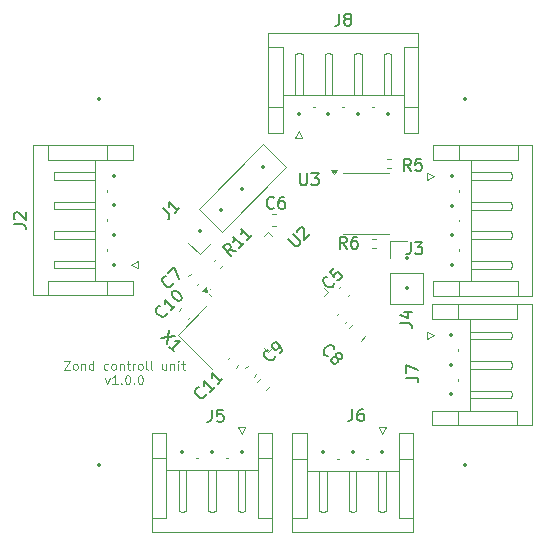
<source format=gto>
%TF.GenerationSoftware,KiCad,Pcbnew,9.0.2-9.0.2-0~ubuntu22.04.1*%
%TF.CreationDate,2025-05-12T22:54:36+03:00*%
%TF.ProjectId,endpoint-driver,656e6470-6f69-46e7-942d-647269766572,rev?*%
%TF.SameCoordinates,Original*%
%TF.FileFunction,Legend,Top*%
%TF.FilePolarity,Positive*%
%FSLAX46Y46*%
G04 Gerber Fmt 4.6, Leading zero omitted, Abs format (unit mm)*
G04 Created by KiCad (PCBNEW 9.0.2-9.0.2-0~ubuntu22.04.1) date 2025-05-12 22:54:36*
%MOMM*%
%LPD*%
G01*
G04 APERTURE LIST*
%ADD10C,0.100000*%
%ADD11C,0.150000*%
%ADD12C,0.120000*%
%ADD13C,0.350000*%
G04 APERTURE END LIST*
D10*
X1530715Y13331964D02*
X2030715Y13331964D01*
X2030715Y13331964D02*
X1530715Y12581964D01*
X1530715Y12581964D02*
X2030715Y12581964D01*
X2423573Y12581964D02*
X2352144Y12617679D01*
X2352144Y12617679D02*
X2316430Y12653393D01*
X2316430Y12653393D02*
X2280716Y12724821D01*
X2280716Y12724821D02*
X2280716Y12939107D01*
X2280716Y12939107D02*
X2316430Y13010536D01*
X2316430Y13010536D02*
X2352144Y13046250D01*
X2352144Y13046250D02*
X2423573Y13081964D01*
X2423573Y13081964D02*
X2530716Y13081964D01*
X2530716Y13081964D02*
X2602144Y13046250D01*
X2602144Y13046250D02*
X2637859Y13010536D01*
X2637859Y13010536D02*
X2673573Y12939107D01*
X2673573Y12939107D02*
X2673573Y12724821D01*
X2673573Y12724821D02*
X2637859Y12653393D01*
X2637859Y12653393D02*
X2602144Y12617679D01*
X2602144Y12617679D02*
X2530716Y12581964D01*
X2530716Y12581964D02*
X2423573Y12581964D01*
X2995001Y13081964D02*
X2995001Y12581964D01*
X2995001Y13010536D02*
X3030715Y13046250D01*
X3030715Y13046250D02*
X3102144Y13081964D01*
X3102144Y13081964D02*
X3209287Y13081964D01*
X3209287Y13081964D02*
X3280715Y13046250D01*
X3280715Y13046250D02*
X3316430Y12974821D01*
X3316430Y12974821D02*
X3316430Y12581964D01*
X3995001Y12581964D02*
X3995001Y13331964D01*
X3995001Y12617679D02*
X3923572Y12581964D01*
X3923572Y12581964D02*
X3780715Y12581964D01*
X3780715Y12581964D02*
X3709286Y12617679D01*
X3709286Y12617679D02*
X3673572Y12653393D01*
X3673572Y12653393D02*
X3637858Y12724821D01*
X3637858Y12724821D02*
X3637858Y12939107D01*
X3637858Y12939107D02*
X3673572Y13010536D01*
X3673572Y13010536D02*
X3709286Y13046250D01*
X3709286Y13046250D02*
X3780715Y13081964D01*
X3780715Y13081964D02*
X3923572Y13081964D01*
X3923572Y13081964D02*
X3995001Y13046250D01*
X5245001Y12617679D02*
X5173572Y12581964D01*
X5173572Y12581964D02*
X5030715Y12581964D01*
X5030715Y12581964D02*
X4959286Y12617679D01*
X4959286Y12617679D02*
X4923572Y12653393D01*
X4923572Y12653393D02*
X4887858Y12724821D01*
X4887858Y12724821D02*
X4887858Y12939107D01*
X4887858Y12939107D02*
X4923572Y13010536D01*
X4923572Y13010536D02*
X4959286Y13046250D01*
X4959286Y13046250D02*
X5030715Y13081964D01*
X5030715Y13081964D02*
X5173572Y13081964D01*
X5173572Y13081964D02*
X5245001Y13046250D01*
X5673572Y12581964D02*
X5602143Y12617679D01*
X5602143Y12617679D02*
X5566429Y12653393D01*
X5566429Y12653393D02*
X5530715Y12724821D01*
X5530715Y12724821D02*
X5530715Y12939107D01*
X5530715Y12939107D02*
X5566429Y13010536D01*
X5566429Y13010536D02*
X5602143Y13046250D01*
X5602143Y13046250D02*
X5673572Y13081964D01*
X5673572Y13081964D02*
X5780715Y13081964D01*
X5780715Y13081964D02*
X5852143Y13046250D01*
X5852143Y13046250D02*
X5887858Y13010536D01*
X5887858Y13010536D02*
X5923572Y12939107D01*
X5923572Y12939107D02*
X5923572Y12724821D01*
X5923572Y12724821D02*
X5887858Y12653393D01*
X5887858Y12653393D02*
X5852143Y12617679D01*
X5852143Y12617679D02*
X5780715Y12581964D01*
X5780715Y12581964D02*
X5673572Y12581964D01*
X6245000Y13081964D02*
X6245000Y12581964D01*
X6245000Y13010536D02*
X6280714Y13046250D01*
X6280714Y13046250D02*
X6352143Y13081964D01*
X6352143Y13081964D02*
X6459286Y13081964D01*
X6459286Y13081964D02*
X6530714Y13046250D01*
X6530714Y13046250D02*
X6566429Y12974821D01*
X6566429Y12974821D02*
X6566429Y12581964D01*
X6816428Y13081964D02*
X7102142Y13081964D01*
X6923571Y13331964D02*
X6923571Y12689107D01*
X6923571Y12689107D02*
X6959285Y12617679D01*
X6959285Y12617679D02*
X7030714Y12581964D01*
X7030714Y12581964D02*
X7102142Y12581964D01*
X7352142Y12581964D02*
X7352142Y13081964D01*
X7352142Y12939107D02*
X7387856Y13010536D01*
X7387856Y13010536D02*
X7423571Y13046250D01*
X7423571Y13046250D02*
X7494999Y13081964D01*
X7494999Y13081964D02*
X7566428Y13081964D01*
X7923571Y12581964D02*
X7852142Y12617679D01*
X7852142Y12617679D02*
X7816428Y12653393D01*
X7816428Y12653393D02*
X7780714Y12724821D01*
X7780714Y12724821D02*
X7780714Y12939107D01*
X7780714Y12939107D02*
X7816428Y13010536D01*
X7816428Y13010536D02*
X7852142Y13046250D01*
X7852142Y13046250D02*
X7923571Y13081964D01*
X7923571Y13081964D02*
X8030714Y13081964D01*
X8030714Y13081964D02*
X8102142Y13046250D01*
X8102142Y13046250D02*
X8137857Y13010536D01*
X8137857Y13010536D02*
X8173571Y12939107D01*
X8173571Y12939107D02*
X8173571Y12724821D01*
X8173571Y12724821D02*
X8137857Y12653393D01*
X8137857Y12653393D02*
X8102142Y12617679D01*
X8102142Y12617679D02*
X8030714Y12581964D01*
X8030714Y12581964D02*
X7923571Y12581964D01*
X8602142Y12581964D02*
X8530713Y12617679D01*
X8530713Y12617679D02*
X8494999Y12689107D01*
X8494999Y12689107D02*
X8494999Y13331964D01*
X8994999Y12581964D02*
X8923570Y12617679D01*
X8923570Y12617679D02*
X8887856Y12689107D01*
X8887856Y12689107D02*
X8887856Y13331964D01*
X10173571Y13081964D02*
X10173571Y12581964D01*
X9852142Y13081964D02*
X9852142Y12689107D01*
X9852142Y12689107D02*
X9887856Y12617679D01*
X9887856Y12617679D02*
X9959285Y12581964D01*
X9959285Y12581964D02*
X10066428Y12581964D01*
X10066428Y12581964D02*
X10137856Y12617679D01*
X10137856Y12617679D02*
X10173571Y12653393D01*
X10530713Y13081964D02*
X10530713Y12581964D01*
X10530713Y13010536D02*
X10566427Y13046250D01*
X10566427Y13046250D02*
X10637856Y13081964D01*
X10637856Y13081964D02*
X10744999Y13081964D01*
X10744999Y13081964D02*
X10816427Y13046250D01*
X10816427Y13046250D02*
X10852142Y12974821D01*
X10852142Y12974821D02*
X10852142Y12581964D01*
X11209284Y12581964D02*
X11209284Y13081964D01*
X11209284Y13331964D02*
X11173570Y13296250D01*
X11173570Y13296250D02*
X11209284Y13260536D01*
X11209284Y13260536D02*
X11244998Y13296250D01*
X11244998Y13296250D02*
X11209284Y13331964D01*
X11209284Y13331964D02*
X11209284Y13260536D01*
X11459284Y13081964D02*
X11744998Y13081964D01*
X11566427Y13331964D02*
X11566427Y12689107D01*
X11566427Y12689107D02*
X11602141Y12617679D01*
X11602141Y12617679D02*
X11673570Y12581964D01*
X11673570Y12581964D02*
X11744998Y12581964D01*
X5012856Y11874506D02*
X5191428Y11374506D01*
X5191428Y11374506D02*
X5369999Y11874506D01*
X6048571Y11374506D02*
X5620000Y11374506D01*
X5834285Y11374506D02*
X5834285Y12124506D01*
X5834285Y12124506D02*
X5762857Y12017363D01*
X5762857Y12017363D02*
X5691428Y11945935D01*
X5691428Y11945935D02*
X5620000Y11910221D01*
X6370000Y11445935D02*
X6405714Y11410221D01*
X6405714Y11410221D02*
X6370000Y11374506D01*
X6370000Y11374506D02*
X6334286Y11410221D01*
X6334286Y11410221D02*
X6370000Y11445935D01*
X6370000Y11445935D02*
X6370000Y11374506D01*
X6870000Y12124506D02*
X6941429Y12124506D01*
X6941429Y12124506D02*
X7012857Y12088792D01*
X7012857Y12088792D02*
X7048572Y12053078D01*
X7048572Y12053078D02*
X7084286Y11981649D01*
X7084286Y11981649D02*
X7120000Y11838792D01*
X7120000Y11838792D02*
X7120000Y11660221D01*
X7120000Y11660221D02*
X7084286Y11517363D01*
X7084286Y11517363D02*
X7048572Y11445935D01*
X7048572Y11445935D02*
X7012857Y11410221D01*
X7012857Y11410221D02*
X6941429Y11374506D01*
X6941429Y11374506D02*
X6870000Y11374506D01*
X6870000Y11374506D02*
X6798572Y11410221D01*
X6798572Y11410221D02*
X6762857Y11445935D01*
X6762857Y11445935D02*
X6727143Y11517363D01*
X6727143Y11517363D02*
X6691429Y11660221D01*
X6691429Y11660221D02*
X6691429Y11838792D01*
X6691429Y11838792D02*
X6727143Y11981649D01*
X6727143Y11981649D02*
X6762857Y12053078D01*
X6762857Y12053078D02*
X6798572Y12088792D01*
X6798572Y12088792D02*
X6870000Y12124506D01*
X7441429Y11445935D02*
X7477143Y11410221D01*
X7477143Y11410221D02*
X7441429Y11374506D01*
X7441429Y11374506D02*
X7405715Y11410221D01*
X7405715Y11410221D02*
X7441429Y11445935D01*
X7441429Y11445935D02*
X7441429Y11374506D01*
X7941429Y12124506D02*
X8012858Y12124506D01*
X8012858Y12124506D02*
X8084286Y12088792D01*
X8084286Y12088792D02*
X8120001Y12053078D01*
X8120001Y12053078D02*
X8155715Y11981649D01*
X8155715Y11981649D02*
X8191429Y11838792D01*
X8191429Y11838792D02*
X8191429Y11660221D01*
X8191429Y11660221D02*
X8155715Y11517363D01*
X8155715Y11517363D02*
X8120001Y11445935D01*
X8120001Y11445935D02*
X8084286Y11410221D01*
X8084286Y11410221D02*
X8012858Y11374506D01*
X8012858Y11374506D02*
X7941429Y11374506D01*
X7941429Y11374506D02*
X7870001Y11410221D01*
X7870001Y11410221D02*
X7834286Y11445935D01*
X7834286Y11445935D02*
X7798572Y11517363D01*
X7798572Y11517363D02*
X7762858Y11660221D01*
X7762858Y11660221D02*
X7762858Y11838792D01*
X7762858Y11838792D02*
X7798572Y11981649D01*
X7798572Y11981649D02*
X7834286Y12053078D01*
X7834286Y12053078D02*
X7870001Y12088792D01*
X7870001Y12088792D02*
X7941429Y12124506D01*
D11*
X24826666Y42732680D02*
X24826666Y42018395D01*
X24826666Y42018395D02*
X24779047Y41875538D01*
X24779047Y41875538D02*
X24683809Y41780300D01*
X24683809Y41780300D02*
X24540952Y41732680D01*
X24540952Y41732680D02*
X24445714Y41732680D01*
X25445714Y42304109D02*
X25350476Y42351728D01*
X25350476Y42351728D02*
X25302857Y42399347D01*
X25302857Y42399347D02*
X25255238Y42494585D01*
X25255238Y42494585D02*
X25255238Y42542204D01*
X25255238Y42542204D02*
X25302857Y42637442D01*
X25302857Y42637442D02*
X25350476Y42685061D01*
X25350476Y42685061D02*
X25445714Y42732680D01*
X25445714Y42732680D02*
X25636190Y42732680D01*
X25636190Y42732680D02*
X25731428Y42685061D01*
X25731428Y42685061D02*
X25779047Y42637442D01*
X25779047Y42637442D02*
X25826666Y42542204D01*
X25826666Y42542204D02*
X25826666Y42494585D01*
X25826666Y42494585D02*
X25779047Y42399347D01*
X25779047Y42399347D02*
X25731428Y42351728D01*
X25731428Y42351728D02*
X25636190Y42304109D01*
X25636190Y42304109D02*
X25445714Y42304109D01*
X25445714Y42304109D02*
X25350476Y42256490D01*
X25350476Y42256490D02*
X25302857Y42208871D01*
X25302857Y42208871D02*
X25255238Y42113633D01*
X25255238Y42113633D02*
X25255238Y41923157D01*
X25255238Y41923157D02*
X25302857Y41827919D01*
X25302857Y41827919D02*
X25350476Y41780300D01*
X25350476Y41780300D02*
X25445714Y41732680D01*
X25445714Y41732680D02*
X25636190Y41732680D01*
X25636190Y41732680D02*
X25731428Y41780300D01*
X25731428Y41780300D02*
X25779047Y41827919D01*
X25779047Y41827919D02*
X25826666Y41923157D01*
X25826666Y41923157D02*
X25826666Y42113633D01*
X25826666Y42113633D02*
X25779047Y42208871D01*
X25779047Y42208871D02*
X25731428Y42256490D01*
X25731428Y42256490D02*
X25636190Y42304109D01*
X14036666Y9195180D02*
X14036666Y8480895D01*
X14036666Y8480895D02*
X13989047Y8338038D01*
X13989047Y8338038D02*
X13893809Y8242800D01*
X13893809Y8242800D02*
X13750952Y8195180D01*
X13750952Y8195180D02*
X13655714Y8195180D01*
X14989047Y9195180D02*
X14512857Y9195180D01*
X14512857Y9195180D02*
X14465238Y8718990D01*
X14465238Y8718990D02*
X14512857Y8766609D01*
X14512857Y8766609D02*
X14608095Y8814228D01*
X14608095Y8814228D02*
X14846190Y8814228D01*
X14846190Y8814228D02*
X14941428Y8766609D01*
X14941428Y8766609D02*
X14989047Y8718990D01*
X14989047Y8718990D02*
X15036666Y8623752D01*
X15036666Y8623752D02*
X15036666Y8385657D01*
X15036666Y8385657D02*
X14989047Y8290419D01*
X14989047Y8290419D02*
X14941428Y8242800D01*
X14941428Y8242800D02*
X14846190Y8195180D01*
X14846190Y8195180D02*
X14608095Y8195180D01*
X14608095Y8195180D02*
X14512857Y8242800D01*
X14512857Y8242800D02*
X14465238Y8290419D01*
X30514819Y11926666D02*
X31229104Y11926666D01*
X31229104Y11926666D02*
X31371961Y11879047D01*
X31371961Y11879047D02*
X31467200Y11783809D01*
X31467200Y11783809D02*
X31514819Y11640952D01*
X31514819Y11640952D02*
X31514819Y11545714D01*
X30514819Y12307619D02*
X30514819Y12974285D01*
X30514819Y12974285D02*
X31514819Y12545714D01*
X-2725180Y24916666D02*
X-2010895Y24916666D01*
X-2010895Y24916666D02*
X-1868038Y24869047D01*
X-1868038Y24869047D02*
X-1772800Y24773809D01*
X-1772800Y24773809D02*
X-1725180Y24630952D01*
X-1725180Y24630952D02*
X-1725180Y24535714D01*
X-2629942Y25345238D02*
X-2677561Y25392857D01*
X-2677561Y25392857D02*
X-2725180Y25488095D01*
X-2725180Y25488095D02*
X-2725180Y25726190D01*
X-2725180Y25726190D02*
X-2677561Y25821428D01*
X-2677561Y25821428D02*
X-2629942Y25869047D01*
X-2629942Y25869047D02*
X-2534704Y25916666D01*
X-2534704Y25916666D02*
X-2439466Y25916666D01*
X-2439466Y25916666D02*
X-2296609Y25869047D01*
X-2296609Y25869047D02*
X-1725180Y25297619D01*
X-1725180Y25297619D02*
X-1725180Y25916666D01*
X13519592Y10531169D02*
X13519592Y10463825D01*
X13519592Y10463825D02*
X13452248Y10329138D01*
X13452248Y10329138D02*
X13384905Y10261795D01*
X13384905Y10261795D02*
X13250218Y10194451D01*
X13250218Y10194451D02*
X13115531Y10194451D01*
X13115531Y10194451D02*
X13014516Y10228123D01*
X13014516Y10228123D02*
X12846157Y10329138D01*
X12846157Y10329138D02*
X12745142Y10430153D01*
X12745142Y10430153D02*
X12644126Y10598512D01*
X12644126Y10598512D02*
X12610455Y10699527D01*
X12610455Y10699527D02*
X12610455Y10834214D01*
X12610455Y10834214D02*
X12677798Y10968901D01*
X12677798Y10968901D02*
X12745142Y11036245D01*
X12745142Y11036245D02*
X12879829Y11103588D01*
X12879829Y11103588D02*
X12947172Y11103588D01*
X14260370Y11137260D02*
X13856309Y10733199D01*
X14058340Y10935230D02*
X13351233Y11642336D01*
X13351233Y11642336D02*
X13384905Y11473978D01*
X13384905Y11473978D02*
X13384905Y11339291D01*
X13384905Y11339291D02*
X13351233Y11238275D01*
X14933806Y11810695D02*
X14529745Y11406634D01*
X14731775Y11608665D02*
X14024668Y12315772D01*
X14024668Y12315772D02*
X14058340Y12147413D01*
X14058340Y12147413D02*
X14058340Y12012726D01*
X14058340Y12012726D02*
X14024668Y11911711D01*
X23839258Y13743588D02*
X23771914Y13743588D01*
X23771914Y13743588D02*
X23637227Y13810932D01*
X23637227Y13810932D02*
X23569884Y13878275D01*
X23569884Y13878275D02*
X23502540Y14012962D01*
X23502540Y14012962D02*
X23502540Y14147649D01*
X23502540Y14147649D02*
X23536212Y14248664D01*
X23536212Y14248664D02*
X23637227Y14417023D01*
X23637227Y14417023D02*
X23738242Y14518038D01*
X23738242Y14518038D02*
X23906601Y14619054D01*
X23906601Y14619054D02*
X24007616Y14652725D01*
X24007616Y14652725D02*
X24142303Y14652725D01*
X24142303Y14652725D02*
X24276990Y14585382D01*
X24276990Y14585382D02*
X24344334Y14518038D01*
X24344334Y14518038D02*
X24411677Y14383351D01*
X24411677Y14383351D02*
X24411677Y14316008D01*
X24580036Y13676245D02*
X24546364Y13777260D01*
X24546364Y13777260D02*
X24546364Y13844603D01*
X24546364Y13844603D02*
X24580036Y13945619D01*
X24580036Y13945619D02*
X24613708Y13979290D01*
X24613708Y13979290D02*
X24714723Y14012962D01*
X24714723Y14012962D02*
X24782067Y14012962D01*
X24782067Y14012962D02*
X24883082Y13979290D01*
X24883082Y13979290D02*
X25017769Y13844603D01*
X25017769Y13844603D02*
X25051441Y13743588D01*
X25051441Y13743588D02*
X25051441Y13676245D01*
X25051441Y13676245D02*
X25017769Y13575229D01*
X25017769Y13575229D02*
X24984097Y13541558D01*
X24984097Y13541558D02*
X24883082Y13507886D01*
X24883082Y13507886D02*
X24815738Y13507886D01*
X24815738Y13507886D02*
X24714723Y13541558D01*
X24714723Y13541558D02*
X24580036Y13676245D01*
X24580036Y13676245D02*
X24479021Y13709916D01*
X24479021Y13709916D02*
X24411677Y13709916D01*
X24411677Y13709916D02*
X24310662Y13676245D01*
X24310662Y13676245D02*
X24175975Y13541558D01*
X24175975Y13541558D02*
X24142303Y13440542D01*
X24142303Y13440542D02*
X24142303Y13373199D01*
X24142303Y13373199D02*
X24175975Y13272184D01*
X24175975Y13272184D02*
X24310662Y13137497D01*
X24310662Y13137497D02*
X24411677Y13103825D01*
X24411677Y13103825D02*
X24479021Y13103825D01*
X24479021Y13103825D02*
X24580036Y13137497D01*
X24580036Y13137497D02*
X24714723Y13272184D01*
X24714723Y13272184D02*
X24748395Y13373199D01*
X24748395Y13373199D02*
X24748395Y13440542D01*
X24748395Y13440542D02*
X24714723Y13541558D01*
X24385147Y19899050D02*
X24385147Y19831706D01*
X24385147Y19831706D02*
X24317803Y19697019D01*
X24317803Y19697019D02*
X24250460Y19629676D01*
X24250460Y19629676D02*
X24115773Y19562332D01*
X24115773Y19562332D02*
X23981086Y19562332D01*
X23981086Y19562332D02*
X23880071Y19596004D01*
X23880071Y19596004D02*
X23711712Y19697019D01*
X23711712Y19697019D02*
X23610697Y19798034D01*
X23610697Y19798034D02*
X23509681Y19966393D01*
X23509681Y19966393D02*
X23476010Y20067408D01*
X23476010Y20067408D02*
X23476010Y20202095D01*
X23476010Y20202095D02*
X23543353Y20336782D01*
X23543353Y20336782D02*
X23610697Y20404126D01*
X23610697Y20404126D02*
X23745384Y20471469D01*
X23745384Y20471469D02*
X23812727Y20471469D01*
X24385147Y21178576D02*
X24048429Y20841859D01*
X24048429Y20841859D02*
X24351475Y20471469D01*
X24351475Y20471469D02*
X24351475Y20538813D01*
X24351475Y20538813D02*
X24385147Y20639828D01*
X24385147Y20639828D02*
X24553506Y20808187D01*
X24553506Y20808187D02*
X24654521Y20841859D01*
X24654521Y20841859D02*
X24721864Y20841859D01*
X24721864Y20841859D02*
X24822880Y20808187D01*
X24822880Y20808187D02*
X24991238Y20639828D01*
X24991238Y20639828D02*
X25024910Y20538813D01*
X25024910Y20538813D02*
X25024910Y20471469D01*
X25024910Y20471469D02*
X24991238Y20370454D01*
X24991238Y20370454D02*
X24822880Y20202095D01*
X24822880Y20202095D02*
X24721864Y20168424D01*
X24721864Y20168424D02*
X24654521Y20168424D01*
X19366310Y13717887D02*
X19366310Y13650543D01*
X19366310Y13650543D02*
X19298966Y13515856D01*
X19298966Y13515856D02*
X19231623Y13448513D01*
X19231623Y13448513D02*
X19096936Y13381169D01*
X19096936Y13381169D02*
X18962249Y13381169D01*
X18962249Y13381169D02*
X18861234Y13414841D01*
X18861234Y13414841D02*
X18692875Y13515856D01*
X18692875Y13515856D02*
X18591860Y13616871D01*
X18591860Y13616871D02*
X18490844Y13785230D01*
X18490844Y13785230D02*
X18457173Y13886245D01*
X18457173Y13886245D02*
X18457173Y14020932D01*
X18457173Y14020932D02*
X18524516Y14155619D01*
X18524516Y14155619D02*
X18591860Y14222963D01*
X18591860Y14222963D02*
X18726547Y14290306D01*
X18726547Y14290306D02*
X18793890Y14290306D01*
X19770371Y13987261D02*
X19905058Y14121948D01*
X19905058Y14121948D02*
X19938730Y14222963D01*
X19938730Y14222963D02*
X19938730Y14290306D01*
X19938730Y14290306D02*
X19905058Y14458665D01*
X19905058Y14458665D02*
X19804043Y14627024D01*
X19804043Y14627024D02*
X19534669Y14896398D01*
X19534669Y14896398D02*
X19433653Y14930070D01*
X19433653Y14930070D02*
X19366310Y14930070D01*
X19366310Y14930070D02*
X19265295Y14896398D01*
X19265295Y14896398D02*
X19130608Y14761711D01*
X19130608Y14761711D02*
X19096936Y14660696D01*
X19096936Y14660696D02*
X19096936Y14593352D01*
X19096936Y14593352D02*
X19130608Y14492337D01*
X19130608Y14492337D02*
X19298966Y14323978D01*
X19298966Y14323978D02*
X19399982Y14290306D01*
X19399982Y14290306D02*
X19467325Y14290306D01*
X19467325Y14290306D02*
X19568340Y14323978D01*
X19568340Y14323978D02*
X19703027Y14458665D01*
X19703027Y14458665D02*
X19736699Y14559680D01*
X19736699Y14559680D02*
X19736699Y14627024D01*
X19736699Y14627024D02*
X19703027Y14728039D01*
X16077036Y22653825D02*
X15504617Y22754840D01*
X15672975Y22249764D02*
X14965869Y22956871D01*
X14965869Y22956871D02*
X15235243Y23226245D01*
X15235243Y23226245D02*
X15336258Y23259917D01*
X15336258Y23259917D02*
X15403601Y23259917D01*
X15403601Y23259917D02*
X15504617Y23226245D01*
X15504617Y23226245D02*
X15605632Y23125230D01*
X15605632Y23125230D02*
X15639304Y23024214D01*
X15639304Y23024214D02*
X15639304Y22956871D01*
X15639304Y22956871D02*
X15605632Y22855856D01*
X15605632Y22855856D02*
X15336258Y22586482D01*
X16750471Y23327260D02*
X16346410Y22923199D01*
X16548441Y23125230D02*
X15841334Y23832336D01*
X15841334Y23832336D02*
X15875006Y23663978D01*
X15875006Y23663978D02*
X15875006Y23529291D01*
X15875006Y23529291D02*
X15841334Y23428275D01*
X17423907Y24000695D02*
X17019846Y23596634D01*
X17221876Y23798665D02*
X16514769Y24505772D01*
X16514769Y24505772D02*
X16548441Y24337413D01*
X16548441Y24337413D02*
X16548441Y24202726D01*
X16548441Y24202726D02*
X16514769Y24101711D01*
X30864166Y23375180D02*
X30864166Y22660895D01*
X30864166Y22660895D02*
X30816547Y22518038D01*
X30816547Y22518038D02*
X30721309Y22422800D01*
X30721309Y22422800D02*
X30578452Y22375180D01*
X30578452Y22375180D02*
X30483214Y22375180D01*
X31245119Y23375180D02*
X31864166Y23375180D01*
X31864166Y23375180D02*
X31530833Y22994228D01*
X31530833Y22994228D02*
X31673690Y22994228D01*
X31673690Y22994228D02*
X31768928Y22946609D01*
X31768928Y22946609D02*
X31816547Y22898990D01*
X31816547Y22898990D02*
X31864166Y22803752D01*
X31864166Y22803752D02*
X31864166Y22565657D01*
X31864166Y22565657D02*
X31816547Y22470419D01*
X31816547Y22470419D02*
X31768928Y22422800D01*
X31768928Y22422800D02*
X31673690Y22375180D01*
X31673690Y22375180D02*
X31387976Y22375180D01*
X31387976Y22375180D02*
X31292738Y22422800D01*
X31292738Y22422800D02*
X31245119Y22470419D01*
X29984819Y16541666D02*
X30699104Y16541666D01*
X30699104Y16541666D02*
X30841961Y16494047D01*
X30841961Y16494047D02*
X30937200Y16398809D01*
X30937200Y16398809D02*
X30984819Y16255952D01*
X30984819Y16255952D02*
X30984819Y16160714D01*
X30318152Y17446428D02*
X30984819Y17446428D01*
X29937200Y17208333D02*
X30651485Y16970238D01*
X30651485Y16970238D02*
X30651485Y17589285D01*
X10432980Y15957920D02*
X10197278Y14779409D01*
X10904384Y15486516D02*
X9725873Y15250814D01*
X10837041Y14139646D02*
X10432980Y14543707D01*
X10635010Y14341676D02*
X11342117Y15048783D01*
X11342117Y15048783D02*
X11173758Y15015111D01*
X11173758Y15015111D02*
X11039071Y15015111D01*
X11039071Y15015111D02*
X10938056Y15048783D01*
X30873333Y29445180D02*
X30540000Y29921371D01*
X30301905Y29445180D02*
X30301905Y30445180D01*
X30301905Y30445180D02*
X30682857Y30445180D01*
X30682857Y30445180D02*
X30778095Y30397561D01*
X30778095Y30397561D02*
X30825714Y30349942D01*
X30825714Y30349942D02*
X30873333Y30254704D01*
X30873333Y30254704D02*
X30873333Y30111847D01*
X30873333Y30111847D02*
X30825714Y30016609D01*
X30825714Y30016609D02*
X30778095Y29968990D01*
X30778095Y29968990D02*
X30682857Y29921371D01*
X30682857Y29921371D02*
X30301905Y29921371D01*
X31778095Y30445180D02*
X31301905Y30445180D01*
X31301905Y30445180D02*
X31254286Y29968990D01*
X31254286Y29968990D02*
X31301905Y30016609D01*
X31301905Y30016609D02*
X31397143Y30064228D01*
X31397143Y30064228D02*
X31635238Y30064228D01*
X31635238Y30064228D02*
X31730476Y30016609D01*
X31730476Y30016609D02*
X31778095Y29968990D01*
X31778095Y29968990D02*
X31825714Y29873752D01*
X31825714Y29873752D02*
X31825714Y29635657D01*
X31825714Y29635657D02*
X31778095Y29540419D01*
X31778095Y29540419D02*
X31730476Y29492800D01*
X31730476Y29492800D02*
X31635238Y29445180D01*
X31635238Y29445180D02*
X31397143Y29445180D01*
X31397143Y29445180D02*
X31301905Y29492800D01*
X31301905Y29492800D02*
X31254286Y29540419D01*
X10199642Y17421219D02*
X10199642Y17353875D01*
X10199642Y17353875D02*
X10132298Y17219188D01*
X10132298Y17219188D02*
X10064955Y17151845D01*
X10064955Y17151845D02*
X9930268Y17084501D01*
X9930268Y17084501D02*
X9795581Y17084501D01*
X9795581Y17084501D02*
X9694566Y17118173D01*
X9694566Y17118173D02*
X9526207Y17219188D01*
X9526207Y17219188D02*
X9425192Y17320203D01*
X9425192Y17320203D02*
X9324176Y17488562D01*
X9324176Y17488562D02*
X9290505Y17589577D01*
X9290505Y17589577D02*
X9290505Y17724264D01*
X9290505Y17724264D02*
X9357848Y17858951D01*
X9357848Y17858951D02*
X9425192Y17926295D01*
X9425192Y17926295D02*
X9559879Y17993638D01*
X9559879Y17993638D02*
X9627222Y17993638D01*
X10940420Y18027310D02*
X10536359Y17623249D01*
X10738390Y17825280D02*
X10031283Y18532386D01*
X10031283Y18532386D02*
X10064955Y18364028D01*
X10064955Y18364028D02*
X10064955Y18229341D01*
X10064955Y18229341D02*
X10031283Y18128325D01*
X10671047Y19172150D02*
X10738390Y19239493D01*
X10738390Y19239493D02*
X10839405Y19273165D01*
X10839405Y19273165D02*
X10906749Y19273165D01*
X10906749Y19273165D02*
X11007764Y19239493D01*
X11007764Y19239493D02*
X11176123Y19138478D01*
X11176123Y19138478D02*
X11344482Y18970119D01*
X11344482Y18970119D02*
X11445497Y18801761D01*
X11445497Y18801761D02*
X11479169Y18700745D01*
X11479169Y18700745D02*
X11479169Y18633402D01*
X11479169Y18633402D02*
X11445497Y18532387D01*
X11445497Y18532387D02*
X11378153Y18465043D01*
X11378153Y18465043D02*
X11277138Y18431371D01*
X11277138Y18431371D02*
X11209795Y18431371D01*
X11209795Y18431371D02*
X11108779Y18465043D01*
X11108779Y18465043D02*
X10940421Y18566058D01*
X10940421Y18566058D02*
X10772062Y18734417D01*
X10772062Y18734417D02*
X10671047Y18902776D01*
X10671047Y18902776D02*
X10637375Y19003791D01*
X10637375Y19003791D02*
X10637375Y19071135D01*
X10637375Y19071135D02*
X10671047Y19172150D01*
X19283914Y26320419D02*
X19236295Y26272800D01*
X19236295Y26272800D02*
X19093438Y26225180D01*
X19093438Y26225180D02*
X18998200Y26225180D01*
X18998200Y26225180D02*
X18855343Y26272800D01*
X18855343Y26272800D02*
X18760105Y26368038D01*
X18760105Y26368038D02*
X18712486Y26463276D01*
X18712486Y26463276D02*
X18664867Y26653752D01*
X18664867Y26653752D02*
X18664867Y26796609D01*
X18664867Y26796609D02*
X18712486Y26987085D01*
X18712486Y26987085D02*
X18760105Y27082323D01*
X18760105Y27082323D02*
X18855343Y27177561D01*
X18855343Y27177561D02*
X18998200Y27225180D01*
X18998200Y27225180D02*
X19093438Y27225180D01*
X19093438Y27225180D02*
X19236295Y27177561D01*
X19236295Y27177561D02*
X19283914Y27129942D01*
X20141057Y27225180D02*
X19950581Y27225180D01*
X19950581Y27225180D02*
X19855343Y27177561D01*
X19855343Y27177561D02*
X19807724Y27129942D01*
X19807724Y27129942D02*
X19712486Y26987085D01*
X19712486Y26987085D02*
X19664867Y26796609D01*
X19664867Y26796609D02*
X19664867Y26415657D01*
X19664867Y26415657D02*
X19712486Y26320419D01*
X19712486Y26320419D02*
X19760105Y26272800D01*
X19760105Y26272800D02*
X19855343Y26225180D01*
X19855343Y26225180D02*
X20045819Y26225180D01*
X20045819Y26225180D02*
X20141057Y26272800D01*
X20141057Y26272800D02*
X20188676Y26320419D01*
X20188676Y26320419D02*
X20236295Y26415657D01*
X20236295Y26415657D02*
X20236295Y26653752D01*
X20236295Y26653752D02*
X20188676Y26748990D01*
X20188676Y26748990D02*
X20141057Y26796609D01*
X20141057Y26796609D02*
X20045819Y26844228D01*
X20045819Y26844228D02*
X19855343Y26844228D01*
X19855343Y26844228D02*
X19760105Y26796609D01*
X19760105Y26796609D02*
X19712486Y26748990D01*
X19712486Y26748990D02*
X19664867Y26653752D01*
X20495750Y23646753D02*
X21068170Y23074333D01*
X21068170Y23074333D02*
X21169185Y23040661D01*
X21169185Y23040661D02*
X21236529Y23040661D01*
X21236529Y23040661D02*
X21337544Y23074333D01*
X21337544Y23074333D02*
X21472231Y23209020D01*
X21472231Y23209020D02*
X21505903Y23310035D01*
X21505903Y23310035D02*
X21505903Y23377379D01*
X21505903Y23377379D02*
X21472231Y23478394D01*
X21472231Y23478394D02*
X20899811Y24050814D01*
X21270201Y24286516D02*
X21270201Y24353859D01*
X21270201Y24353859D02*
X21303872Y24454875D01*
X21303872Y24454875D02*
X21472231Y24623233D01*
X21472231Y24623233D02*
X21573246Y24656905D01*
X21573246Y24656905D02*
X21640590Y24656905D01*
X21640590Y24656905D02*
X21741605Y24623233D01*
X21741605Y24623233D02*
X21808949Y24555890D01*
X21808949Y24555890D02*
X21876292Y24421203D01*
X21876292Y24421203D02*
X21876292Y23613081D01*
X21876292Y23613081D02*
X22314025Y24050814D01*
X10746360Y19937937D02*
X10746360Y19870593D01*
X10746360Y19870593D02*
X10679016Y19735906D01*
X10679016Y19735906D02*
X10611673Y19668563D01*
X10611673Y19668563D02*
X10476986Y19601219D01*
X10476986Y19601219D02*
X10342299Y19601219D01*
X10342299Y19601219D02*
X10241284Y19634891D01*
X10241284Y19634891D02*
X10072925Y19735906D01*
X10072925Y19735906D02*
X9971910Y19836921D01*
X9971910Y19836921D02*
X9870894Y20005280D01*
X9870894Y20005280D02*
X9837223Y20106295D01*
X9837223Y20106295D02*
X9837223Y20240982D01*
X9837223Y20240982D02*
X9904566Y20375669D01*
X9904566Y20375669D02*
X9971910Y20443013D01*
X9971910Y20443013D02*
X10106597Y20510356D01*
X10106597Y20510356D02*
X10173940Y20510356D01*
X10342299Y20813402D02*
X10813703Y21284807D01*
X10813703Y21284807D02*
X11217764Y20274654D01*
X9875638Y26299798D02*
X10380714Y25794722D01*
X10380714Y25794722D02*
X10448058Y25660035D01*
X10448058Y25660035D02*
X10448058Y25525348D01*
X10448058Y25525348D02*
X10380714Y25390661D01*
X10380714Y25390661D02*
X10313371Y25323317D01*
X11289852Y26299798D02*
X10885791Y25895737D01*
X11087821Y26097768D02*
X10380714Y26804875D01*
X10380714Y26804875D02*
X10414386Y26636516D01*
X10414386Y26636516D02*
X10414386Y26501829D01*
X10414386Y26501829D02*
X10380714Y26400814D01*
X25443333Y22850180D02*
X25110000Y23326371D01*
X24871905Y22850180D02*
X24871905Y23850180D01*
X24871905Y23850180D02*
X25252857Y23850180D01*
X25252857Y23850180D02*
X25348095Y23802561D01*
X25348095Y23802561D02*
X25395714Y23754942D01*
X25395714Y23754942D02*
X25443333Y23659704D01*
X25443333Y23659704D02*
X25443333Y23516847D01*
X25443333Y23516847D02*
X25395714Y23421609D01*
X25395714Y23421609D02*
X25348095Y23373990D01*
X25348095Y23373990D02*
X25252857Y23326371D01*
X25252857Y23326371D02*
X24871905Y23326371D01*
X26300476Y23850180D02*
X26110000Y23850180D01*
X26110000Y23850180D02*
X26014762Y23802561D01*
X26014762Y23802561D02*
X25967143Y23754942D01*
X25967143Y23754942D02*
X25871905Y23612085D01*
X25871905Y23612085D02*
X25824286Y23421609D01*
X25824286Y23421609D02*
X25824286Y23040657D01*
X25824286Y23040657D02*
X25871905Y22945419D01*
X25871905Y22945419D02*
X25919524Y22897800D01*
X25919524Y22897800D02*
X26014762Y22850180D01*
X26014762Y22850180D02*
X26205238Y22850180D01*
X26205238Y22850180D02*
X26300476Y22897800D01*
X26300476Y22897800D02*
X26348095Y22945419D01*
X26348095Y22945419D02*
X26395714Y23040657D01*
X26395714Y23040657D02*
X26395714Y23278752D01*
X26395714Y23278752D02*
X26348095Y23373990D01*
X26348095Y23373990D02*
X26300476Y23421609D01*
X26300476Y23421609D02*
X26205238Y23469228D01*
X26205238Y23469228D02*
X26014762Y23469228D01*
X26014762Y23469228D02*
X25919524Y23421609D01*
X25919524Y23421609D02*
X25871905Y23373990D01*
X25871905Y23373990D02*
X25824286Y23278752D01*
X21498095Y29225180D02*
X21498095Y28415657D01*
X21498095Y28415657D02*
X21545714Y28320419D01*
X21545714Y28320419D02*
X21593333Y28272800D01*
X21593333Y28272800D02*
X21688571Y28225180D01*
X21688571Y28225180D02*
X21879047Y28225180D01*
X21879047Y28225180D02*
X21974285Y28272800D01*
X21974285Y28272800D02*
X22021904Y28320419D01*
X22021904Y28320419D02*
X22069523Y28415657D01*
X22069523Y28415657D02*
X22069523Y29225180D01*
X22450476Y29225180D02*
X23069523Y29225180D01*
X23069523Y29225180D02*
X22736190Y28844228D01*
X22736190Y28844228D02*
X22879047Y28844228D01*
X22879047Y28844228D02*
X22974285Y28796609D01*
X22974285Y28796609D02*
X23021904Y28748990D01*
X23021904Y28748990D02*
X23069523Y28653752D01*
X23069523Y28653752D02*
X23069523Y28415657D01*
X23069523Y28415657D02*
X23021904Y28320419D01*
X23021904Y28320419D02*
X22974285Y28272800D01*
X22974285Y28272800D02*
X22879047Y28225180D01*
X22879047Y28225180D02*
X22593333Y28225180D01*
X22593333Y28225180D02*
X22498095Y28272800D01*
X22498095Y28272800D02*
X22450476Y28320419D01*
X25936666Y9265180D02*
X25936666Y8550895D01*
X25936666Y8550895D02*
X25889047Y8408038D01*
X25889047Y8408038D02*
X25793809Y8312800D01*
X25793809Y8312800D02*
X25650952Y8265180D01*
X25650952Y8265180D02*
X25555714Y8265180D01*
X26841428Y9265180D02*
X26650952Y9265180D01*
X26650952Y9265180D02*
X26555714Y9217561D01*
X26555714Y9217561D02*
X26508095Y9169942D01*
X26508095Y9169942D02*
X26412857Y9027085D01*
X26412857Y9027085D02*
X26365238Y8836609D01*
X26365238Y8836609D02*
X26365238Y8455657D01*
X26365238Y8455657D02*
X26412857Y8360419D01*
X26412857Y8360419D02*
X26460476Y8312800D01*
X26460476Y8312800D02*
X26555714Y8265180D01*
X26555714Y8265180D02*
X26746190Y8265180D01*
X26746190Y8265180D02*
X26841428Y8312800D01*
X26841428Y8312800D02*
X26889047Y8360419D01*
X26889047Y8360419D02*
X26936666Y8455657D01*
X26936666Y8455657D02*
X26936666Y8693752D01*
X26936666Y8693752D02*
X26889047Y8788990D01*
X26889047Y8788990D02*
X26841428Y8836609D01*
X26841428Y8836609D02*
X26746190Y8884228D01*
X26746190Y8884228D02*
X26555714Y8884228D01*
X26555714Y8884228D02*
X26460476Y8836609D01*
X26460476Y8836609D02*
X26412857Y8788990D01*
X26412857Y8788990D02*
X26365238Y8693752D01*
D12*
%TO.C,J8*%
X18800000Y41097500D02*
X31520000Y41097500D01*
X18800000Y39877500D02*
X20020000Y39877500D01*
X18800000Y32677500D02*
X18800000Y41097500D01*
X20020000Y39877500D02*
X20020000Y34877500D01*
X20020000Y35877500D02*
X30300000Y35877500D01*
X20020000Y34877500D02*
X18800000Y34877500D01*
X20020000Y34877500D02*
X20020000Y32677500D01*
X20020000Y32677500D02*
X18800000Y32677500D01*
X21090000Y39297500D02*
X21410000Y39377500D01*
X21090000Y35877500D02*
X21090000Y39297500D01*
X21110000Y32187500D02*
X21710000Y32187500D01*
X21410000Y39377500D02*
X21730000Y39297500D01*
X21410000Y35877500D02*
X21090000Y35877500D01*
X21410000Y32787500D02*
X21110000Y32187500D01*
X21710000Y32187500D02*
X21410000Y32787500D01*
X21730000Y39297500D02*
X21730000Y35877500D01*
X21730000Y35877500D02*
X21410000Y35877500D01*
X22580000Y34877500D02*
X22740000Y34877500D01*
X23590000Y39297500D02*
X23910000Y39377500D01*
X23590000Y35877500D02*
X23590000Y39297500D01*
X23910000Y39377500D02*
X24230000Y39297500D01*
X23910000Y35877500D02*
X23590000Y35877500D01*
X24230000Y39297500D02*
X24230000Y35877500D01*
X24230000Y35877500D02*
X23910000Y35877500D01*
X25080000Y34877500D02*
X25240000Y34877500D01*
X26090000Y39297500D02*
X26410000Y39377500D01*
X26090000Y35877500D02*
X26090000Y39297500D01*
X26410000Y39377500D02*
X26730000Y39297500D01*
X26410000Y35877500D02*
X26090000Y35877500D01*
X26730000Y39297500D02*
X26730000Y35877500D01*
X26730000Y35877500D02*
X26410000Y35877500D01*
X27580000Y34877500D02*
X27740000Y34877500D01*
X28590000Y39297500D02*
X28910000Y39377500D01*
X28590000Y35877500D02*
X28590000Y39297500D01*
X28910000Y39377500D02*
X29230000Y39297500D01*
X28910000Y35877500D02*
X28590000Y35877500D01*
X29230000Y39297500D02*
X29230000Y35877500D01*
X29230000Y35877500D02*
X28910000Y35877500D01*
X30300000Y39877500D02*
X30300000Y34877500D01*
X30300000Y34877500D02*
X31520000Y34877500D01*
X30300000Y32677500D02*
X30300000Y34877500D01*
X31520000Y41097500D02*
X31520000Y32677500D01*
X31520000Y39877500D02*
X30300000Y39877500D01*
X31520000Y32677500D02*
X30300000Y32677500D01*
%TO.C,J5*%
X8940000Y7280000D02*
X10160000Y7280000D01*
X8940000Y80000D02*
X10160000Y80000D01*
X8940000Y-1140000D02*
X8940000Y7280000D01*
X10160000Y7280000D02*
X10160000Y5080000D01*
X10160000Y5080000D02*
X8940000Y5080000D01*
X10160000Y80000D02*
X10160000Y5080000D01*
X11230000Y4080000D02*
X11550000Y4080000D01*
X11230000Y660000D02*
X11230000Y4080000D01*
X11550000Y4080000D02*
X11870000Y4080000D01*
X11550000Y580000D02*
X11230000Y660000D01*
X11870000Y4080000D02*
X11870000Y660000D01*
X11870000Y660000D02*
X11550000Y580000D01*
X12880000Y5080000D02*
X12720000Y5080000D01*
X13730000Y4080000D02*
X14050000Y4080000D01*
X13730000Y660000D02*
X13730000Y4080000D01*
X14050000Y4080000D02*
X14370000Y4080000D01*
X14050000Y580000D02*
X13730000Y660000D01*
X14370000Y4080000D02*
X14370000Y660000D01*
X14370000Y660000D02*
X14050000Y580000D01*
X15380000Y5080000D02*
X15220000Y5080000D01*
X16230000Y4080000D02*
X16550000Y4080000D01*
X16230000Y660000D02*
X16230000Y4080000D01*
X16250000Y7770000D02*
X16550000Y7170000D01*
X16550000Y7170000D02*
X16850000Y7770000D01*
X16550000Y4080000D02*
X16870000Y4080000D01*
X16550000Y580000D02*
X16230000Y660000D01*
X16850000Y7770000D02*
X16250000Y7770000D01*
X16870000Y4080000D02*
X16870000Y660000D01*
X16870000Y660000D02*
X16550000Y580000D01*
X17940000Y7280000D02*
X19160000Y7280000D01*
X17940000Y5080000D02*
X17940000Y7280000D01*
X17940000Y5080000D02*
X19160000Y5080000D01*
X17940000Y4080000D02*
X10160000Y4080000D01*
X17940000Y80000D02*
X17940000Y5080000D01*
X19160000Y7280000D02*
X19160000Y-1140000D01*
X19160000Y80000D02*
X17940000Y80000D01*
X19160000Y-1140000D02*
X8940000Y-1140000D01*
%TO.C,J7*%
X32710000Y7900000D02*
X32710000Y9120000D01*
X39910000Y7900000D02*
X39910000Y9120000D01*
X41130000Y7900000D02*
X32710000Y7900000D01*
X32710000Y9120000D02*
X34910000Y9120000D01*
X34910000Y9120000D02*
X34910000Y7900000D01*
X39910000Y9120000D02*
X34910000Y9120000D01*
X35910000Y10190000D02*
X35910000Y10510000D01*
X39330000Y10190000D02*
X35910000Y10190000D01*
X35910000Y10510000D02*
X35910000Y10830000D01*
X39410000Y10510000D02*
X39330000Y10190000D01*
X35910000Y10830000D02*
X39330000Y10830000D01*
X39330000Y10830000D02*
X39410000Y10510000D01*
X34910000Y11840000D02*
X34910000Y11680000D01*
X35910000Y12690000D02*
X35910000Y13010000D01*
X39330000Y12690000D02*
X35910000Y12690000D01*
X35910000Y13010000D02*
X35910000Y13330000D01*
X39410000Y13010000D02*
X39330000Y12690000D01*
X35910000Y13330000D02*
X39330000Y13330000D01*
X39330000Y13330000D02*
X39410000Y13010000D01*
X34910000Y14340000D02*
X34910000Y14180000D01*
X35910000Y15190000D02*
X35910000Y15510000D01*
X39330000Y15190000D02*
X35910000Y15190000D01*
X32220000Y15210000D02*
X32820000Y15510000D01*
X32820000Y15510000D02*
X32220000Y15810000D01*
X35910000Y15510000D02*
X35910000Y15830000D01*
X39410000Y15510000D02*
X39330000Y15190000D01*
X32220000Y15810000D02*
X32220000Y15210000D01*
X35910000Y15830000D02*
X39330000Y15830000D01*
X39330000Y15830000D02*
X39410000Y15510000D01*
X32710000Y16900000D02*
X32710000Y18120000D01*
X34910000Y16900000D02*
X32710000Y16900000D01*
X34910000Y16900000D02*
X34910000Y18120000D01*
X35910000Y16900000D02*
X35910000Y9120000D01*
X39910000Y16900000D02*
X34910000Y16900000D01*
X32710000Y18120000D02*
X41130000Y18120000D01*
X39910000Y18120000D02*
X39910000Y16900000D01*
X41130000Y18120000D02*
X41130000Y7900000D01*
%TO.C,J2*%
X-1090000Y18890000D02*
X-1090000Y31610000D01*
X130000Y18890000D02*
X130000Y20110000D01*
X7330000Y18890000D02*
X-1090000Y18890000D01*
X130000Y20110000D02*
X5130000Y20110000D01*
X4130000Y20110000D02*
X4130000Y30390000D01*
X5130000Y20110000D02*
X5130000Y18890000D01*
X5130000Y20110000D02*
X7330000Y20110000D01*
X7330000Y20110000D02*
X7330000Y18890000D01*
X710000Y21180000D02*
X630000Y21500000D01*
X4130000Y21180000D02*
X710000Y21180000D01*
X7820000Y21200000D02*
X7820000Y21800000D01*
X630000Y21500000D02*
X710000Y21820000D01*
X4130000Y21500000D02*
X4130000Y21180000D01*
X7220000Y21500000D02*
X7820000Y21200000D01*
X7820000Y21800000D02*
X7220000Y21500000D01*
X710000Y21820000D02*
X4130000Y21820000D01*
X4130000Y21820000D02*
X4130000Y21500000D01*
X5130000Y22670000D02*
X5130000Y22830000D01*
X710000Y23680000D02*
X630000Y24000000D01*
X4130000Y23680000D02*
X710000Y23680000D01*
X630000Y24000000D02*
X710000Y24320000D01*
X4130000Y24000000D02*
X4130000Y23680000D01*
X710000Y24320000D02*
X4130000Y24320000D01*
X4130000Y24320000D02*
X4130000Y24000000D01*
X5130000Y25170000D02*
X5130000Y25330000D01*
X710000Y26180000D02*
X630000Y26500000D01*
X4130000Y26180000D02*
X710000Y26180000D01*
X630000Y26500000D02*
X710000Y26820000D01*
X4130000Y26500000D02*
X4130000Y26180000D01*
X710000Y26820000D02*
X4130000Y26820000D01*
X4130000Y26820000D02*
X4130000Y26500000D01*
X5130000Y27670000D02*
X5130000Y27830000D01*
X710000Y28680000D02*
X630000Y29000000D01*
X4130000Y28680000D02*
X710000Y28680000D01*
X630000Y29000000D02*
X710000Y29320000D01*
X4130000Y29000000D02*
X4130000Y28680000D01*
X710000Y29320000D02*
X4130000Y29320000D01*
X4130000Y29320000D02*
X4130000Y29000000D01*
X130000Y30390000D02*
X5130000Y30390000D01*
X5130000Y30390000D02*
X5130000Y31610000D01*
X7330000Y30390000D02*
X5130000Y30390000D01*
X-1090000Y31610000D02*
X7330000Y31610000D01*
X130000Y31610000D02*
X130000Y30390000D01*
X7330000Y31610000D02*
X7330000Y30390000D01*
%TO.C,C11*%
X16087355Y12775142D02*
X16286166Y12973953D01*
X15366106Y13496391D02*
X15564917Y13695202D01*
%TO.C,C8*%
X26654889Y15055543D02*
X27024356Y15425010D01*
X25615442Y16094990D02*
X25984909Y16464457D01*
%TO.C,C5*%
X24799869Y19521219D02*
X24998680Y19720030D01*
X25521118Y18799970D02*
X25719929Y18998781D01*
%TO.C,C4*%
X24599869Y17231219D02*
X24798680Y17430030D01*
X25321118Y16509970D02*
X25519929Y16708781D01*
%TO.C,C9*%
X17078680Y12930030D02*
X16879869Y12731219D01*
X17799929Y12208781D02*
X17601118Y12009970D01*
%TO.C,R11*%
X14202608Y21780110D02*
X14419889Y21997391D01*
X14740009Y21242709D02*
X14957290Y21459990D01*
%TO.C,J3*%
X32257500Y29280000D02*
X32257500Y28680000D01*
X32257500Y28680000D02*
X32857500Y28980000D01*
X32747500Y31590000D02*
X41167500Y31590000D01*
X32747500Y30370000D02*
X32747500Y31590000D01*
X32747500Y20090000D02*
X34947500Y20090000D01*
X32747500Y18870000D02*
X32747500Y20090000D01*
X32857500Y28980000D02*
X32257500Y29280000D01*
X34947500Y30370000D02*
X32747500Y30370000D01*
X34947500Y30370000D02*
X34947500Y31590000D01*
X34947500Y27810000D02*
X34947500Y27650000D01*
X34947500Y25310000D02*
X34947500Y25150000D01*
X34947500Y22810000D02*
X34947500Y22650000D01*
X34947500Y20090000D02*
X34947500Y18870000D01*
X35947500Y30370000D02*
X35947500Y20090000D01*
X35947500Y29300000D02*
X39367500Y29300000D01*
X35947500Y28980000D02*
X35947500Y29300000D01*
X35947500Y28660000D02*
X35947500Y28980000D01*
X35947500Y26800000D02*
X39367500Y26800000D01*
X35947500Y26480000D02*
X35947500Y26800000D01*
X35947500Y26160000D02*
X35947500Y26480000D01*
X35947500Y24300000D02*
X39367500Y24300000D01*
X35947500Y23980000D02*
X35947500Y24300000D01*
X35947500Y23660000D02*
X35947500Y23980000D01*
X35947500Y21800000D02*
X39367500Y21800000D01*
X35947500Y21480000D02*
X35947500Y21800000D01*
X35947500Y21160000D02*
X35947500Y21480000D01*
X39367500Y29300000D02*
X39447500Y28980000D01*
X39367500Y28660000D02*
X35947500Y28660000D01*
X39367500Y26800000D02*
X39447500Y26480000D01*
X39367500Y26160000D02*
X35947500Y26160000D01*
X39367500Y24300000D02*
X39447500Y23980000D01*
X39367500Y23660000D02*
X35947500Y23660000D01*
X39367500Y21800000D02*
X39447500Y21480000D01*
X39367500Y21160000D02*
X35947500Y21160000D01*
X39447500Y28980000D02*
X39367500Y28660000D01*
X39447500Y26480000D02*
X39367500Y26160000D01*
X39447500Y23980000D02*
X39367500Y23660000D01*
X39447500Y21480000D02*
X39367500Y21160000D01*
X39947500Y31590000D02*
X39947500Y30370000D01*
X39947500Y30370000D02*
X34947500Y30370000D01*
X39947500Y20090000D02*
X34947500Y20090000D01*
X39947500Y18870000D02*
X39947500Y20090000D01*
X41167500Y31590000D02*
X41167500Y18870000D01*
X41167500Y18870000D02*
X32747500Y18870000D01*
%TO.C,J4*%
X29140000Y18165000D02*
X31900000Y18165000D01*
X29140000Y20815000D02*
X29140000Y18165000D01*
X29140000Y20815000D02*
X31900000Y20815000D01*
X31900000Y20815000D02*
X31900000Y18165000D01*
X29140000Y22085000D02*
X29140000Y23465000D01*
X29140000Y23465000D02*
X30520000Y23465000D01*
%TO.C,X1*%
X11140343Y15532659D02*
X14053623Y12619379D01*
X13558649Y17950965D02*
X11140343Y15532659D01*
%TO.C,R5*%
X29173641Y29660000D02*
X28866359Y29660000D01*
X29173641Y30420000D02*
X28866359Y30420000D01*
%TO.C,C10*%
X11256106Y17586391D02*
X11454917Y17785202D01*
X11977355Y16865142D02*
X12176166Y17063953D01*
%TO.C,C6*%
X19450581Y24760000D02*
X19169419Y24760000D01*
X19450581Y25780000D02*
X19169419Y25780000D01*
%TO.C,U2*%
X13980565Y19515825D02*
X13856821Y19392081D01*
X13980565Y18844073D02*
X13814395Y19010243D01*
X18414124Y23949384D02*
X18750000Y24285260D01*
X18750000Y24285260D02*
X19085876Y23949384D01*
X18750000Y14074638D02*
X18414124Y14410514D01*
X19085876Y14410514D02*
X18750000Y14074638D01*
X23519435Y18844073D02*
X23855311Y19179949D01*
X23855311Y19179949D02*
X23519435Y19515825D01*
X13644689Y19179949D02*
X13241638Y19243589D01*
X13581049Y19583000D01*
X13644689Y19179949D01*
G36*
X13644689Y19179949D02*
G01*
X13241638Y19243589D01*
X13581049Y19583000D01*
X13644689Y19179949D01*
G37*
%TO.C,C7*%
X12238730Y20700080D02*
X12039919Y20501269D01*
X12959979Y19978831D02*
X12761168Y19780020D01*
%TO.C,R4*%
X17892669Y11591697D02*
X18228202Y11927230D01*
X18631596Y10852770D02*
X18967129Y11188303D01*
%TO.C,J1*%
X13000000Y22388385D02*
X12024193Y23364193D01*
X13975807Y23364193D02*
X13000000Y22388385D01*
X12922218Y26213833D02*
X18388154Y31679768D01*
X14873833Y24262218D02*
X12922218Y26213833D01*
X14873833Y24262218D02*
X20339768Y29728154D01*
X20339768Y29728154D02*
X18388154Y31679768D01*
%TO.C,R6*%
X27913641Y22935000D02*
X27606359Y22935000D01*
X27913641Y23695000D02*
X27606359Y23695000D01*
%TO.C,U3*%
X24370000Y29140000D02*
X24130000Y29470000D01*
X24610000Y29470000D01*
X24370000Y29140000D01*
G36*
X24370000Y29140000D02*
G01*
X24130000Y29470000D01*
X24610000Y29470000D01*
X24370000Y29140000D01*
G37*
X27070000Y24115000D02*
X29020000Y24115000D01*
X27070000Y24115000D02*
X25120000Y24115000D01*
X27070000Y29235000D02*
X29020000Y29235000D01*
X27070000Y29235000D02*
X25120000Y29235000D01*
%TO.C,J6*%
X31060000Y-1167500D02*
X20840000Y-1167500D01*
X31060000Y52500D02*
X29840000Y52500D01*
X31060000Y7252500D02*
X31060000Y-1167500D01*
X29840000Y52500D02*
X29840000Y5052500D01*
X29840000Y4052500D02*
X22060000Y4052500D01*
X29840000Y5052500D02*
X31060000Y5052500D01*
X29840000Y5052500D02*
X29840000Y7252500D01*
X29840000Y7252500D02*
X31060000Y7252500D01*
X28770000Y632500D02*
X28450000Y552500D01*
X28770000Y4052500D02*
X28770000Y632500D01*
X28750000Y7742500D02*
X28150000Y7742500D01*
X28450000Y552500D02*
X28130000Y632500D01*
X28450000Y4052500D02*
X28770000Y4052500D01*
X28450000Y7142500D02*
X28750000Y7742500D01*
X28150000Y7742500D02*
X28450000Y7142500D01*
X28130000Y632500D02*
X28130000Y4052500D01*
X28130000Y4052500D02*
X28450000Y4052500D01*
X27280000Y5052500D02*
X27120000Y5052500D01*
X26270000Y632500D02*
X25950000Y552500D01*
X26270000Y4052500D02*
X26270000Y632500D01*
X25950000Y552500D02*
X25630000Y632500D01*
X25950000Y4052500D02*
X26270000Y4052500D01*
X25630000Y632500D02*
X25630000Y4052500D01*
X25630000Y4052500D02*
X25950000Y4052500D01*
X24780000Y5052500D02*
X24620000Y5052500D01*
X23770000Y632500D02*
X23450000Y552500D01*
X23770000Y4052500D02*
X23770000Y632500D01*
X23450000Y552500D02*
X23130000Y632500D01*
X23450000Y4052500D02*
X23770000Y4052500D01*
X23130000Y632500D02*
X23130000Y4052500D01*
X23130000Y4052500D02*
X23450000Y4052500D01*
X22060000Y52500D02*
X22060000Y5052500D01*
X22060000Y5052500D02*
X20840000Y5052500D01*
X22060000Y7252500D02*
X22060000Y5052500D01*
X20840000Y-1167500D02*
X20840000Y7252500D01*
X20840000Y52500D02*
X22060000Y52500D01*
X20840000Y7252500D02*
X22060000Y7252500D01*
%TD*%
D13*
X21410000Y34287500D03*
X23910000Y34287500D03*
X26410000Y34287500D03*
X28910000Y34287500D03*
X11550000Y5670000D03*
X14050000Y5670000D03*
X16550000Y5670000D03*
X34320000Y10510000D03*
X34320000Y13010000D03*
X34320000Y15510000D03*
X5720000Y21500000D03*
X5720000Y24000000D03*
X5720000Y26500000D03*
X5720000Y29000000D03*
X4500000Y4500000D03*
X34357500Y28980000D03*
X34357500Y26480000D03*
X34357500Y23980000D03*
X34357500Y21480000D03*
X30520000Y22085000D03*
X30520000Y19545000D03*
X35500000Y4500000D03*
X4500000Y35500000D03*
X13000000Y24340000D03*
X14796051Y26136051D03*
X16592102Y27932102D03*
X18388154Y29728154D03*
X35500000Y35500000D03*
X28450000Y5642500D03*
X25950000Y5642500D03*
X23450000Y5642500D03*
M02*

</source>
